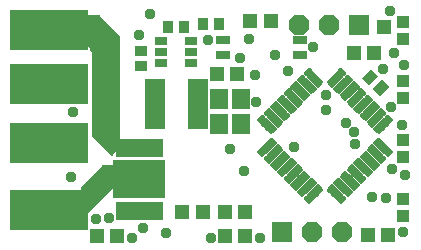
<source format=gbr>
G04 EAGLE Gerber RS-274X export*
G75*
%MOMM*%
%FSLAX34Y34*%
%LPD*%
%INSoldermask Top*%
%IPPOS*%
%AMOC8*
5,1,8,0,0,1.08239X$1,22.5*%
G01*
%ADD10R,1.203200X0.703200*%
%ADD11C,0.338938*%
%ADD12R,1.701800X4.191000*%
%ADD13R,1.099300X0.720400*%
%ADD14R,1.727200X1.727200*%
%ADD15P,1.869504X8X22.500000*%
%ADD16R,1.203200X1.303200*%
%ADD17R,1.003200X1.003200*%
%ADD18R,1.103200X0.903200*%
%ADD19R,0.903200X1.103200*%
%ADD20P,1.869504X8X202.500000*%
%ADD21R,6.654800X3.454400*%
%ADD22R,1.303200X1.203200*%
%ADD23R,1.203200X1.203200*%
%ADD24R,1.503200X1.703200*%
%ADD25R,0.508000X1.594600*%
%ADD26R,4.394200X3.302000*%
%ADD27C,0.959600*%

G36*
X104090Y83251D02*
X104090Y83251D01*
X104142Y83252D01*
X104210Y83277D01*
X104280Y83292D01*
X104324Y83319D01*
X104373Y83337D01*
X104429Y83382D01*
X104491Y83418D01*
X104525Y83458D01*
X104565Y83490D01*
X104604Y83551D01*
X104651Y83605D01*
X104670Y83653D01*
X104698Y83697D01*
X104716Y83767D01*
X104743Y83833D01*
X104751Y83905D01*
X104759Y83936D01*
X104757Y83959D01*
X104761Y84000D01*
X104761Y85685D01*
X110538Y91462D01*
X110591Y91536D01*
X110651Y91605D01*
X110663Y91635D01*
X110682Y91661D01*
X110709Y91748D01*
X110743Y91833D01*
X110747Y91874D01*
X110754Y91897D01*
X110753Y91929D01*
X110761Y92000D01*
X110761Y185000D01*
X110747Y185090D01*
X110739Y185181D01*
X110727Y185211D01*
X110722Y185243D01*
X110679Y185323D01*
X110643Y185407D01*
X110617Y185439D01*
X110606Y185460D01*
X110583Y185482D01*
X110538Y185538D01*
X93538Y202538D01*
X93464Y202591D01*
X93395Y202651D01*
X93365Y202663D01*
X93339Y202682D01*
X93252Y202709D01*
X93167Y202743D01*
X93126Y202747D01*
X93103Y202754D01*
X93071Y202753D01*
X93000Y202761D01*
X84000Y202761D01*
X83980Y202758D01*
X83961Y202760D01*
X83859Y202738D01*
X83757Y202722D01*
X83740Y202712D01*
X83720Y202708D01*
X83631Y202655D01*
X83540Y202606D01*
X83526Y202592D01*
X83509Y202582D01*
X83442Y202503D01*
X83371Y202428D01*
X83362Y202410D01*
X83349Y202395D01*
X83310Y202299D01*
X83267Y202205D01*
X83265Y202185D01*
X83257Y202167D01*
X83239Y202000D01*
X83239Y179315D01*
X82462Y178538D01*
X82450Y178522D01*
X82435Y178510D01*
X82378Y178422D01*
X82318Y178339D01*
X82312Y178320D01*
X82302Y178303D01*
X82276Y178202D01*
X82246Y178103D01*
X82246Y178084D01*
X82241Y178064D01*
X82250Y177961D01*
X82252Y177858D01*
X82259Y177839D01*
X82261Y177819D01*
X82301Y177724D01*
X82337Y177627D01*
X82349Y177611D01*
X82357Y177593D01*
X82462Y177462D01*
X85239Y174685D01*
X85239Y174000D01*
X85254Y173910D01*
X85261Y173819D01*
X85273Y173789D01*
X85279Y173757D01*
X85321Y173677D01*
X85357Y173593D01*
X85383Y173561D01*
X85394Y173540D01*
X85417Y173518D01*
X85462Y173462D01*
X87239Y171685D01*
X87239Y100000D01*
X87254Y99910D01*
X87261Y99819D01*
X87273Y99789D01*
X87279Y99757D01*
X87321Y99677D01*
X87357Y99593D01*
X87383Y99561D01*
X87394Y99540D01*
X87417Y99518D01*
X87424Y99509D01*
X87432Y99495D01*
X87441Y99488D01*
X87462Y99462D01*
X103462Y83462D01*
X103520Y83420D01*
X103572Y83371D01*
X103619Y83349D01*
X103661Y83318D01*
X103730Y83297D01*
X103795Y83267D01*
X103847Y83261D01*
X103897Y83246D01*
X103968Y83248D01*
X104039Y83240D01*
X104090Y83251D01*
G37*
G36*
X81110Y33255D02*
X81110Y33255D01*
X81181Y33261D01*
X81229Y33281D01*
X81280Y33292D01*
X81341Y33329D01*
X81407Y33357D01*
X81463Y33402D01*
X81491Y33418D01*
X81506Y33436D01*
X81538Y33462D01*
X111538Y63462D01*
X111591Y63536D01*
X111651Y63605D01*
X111663Y63635D01*
X111682Y63661D01*
X111709Y63748D01*
X111743Y63833D01*
X111747Y63874D01*
X111754Y63897D01*
X111753Y63929D01*
X111761Y64000D01*
X111761Y74000D01*
X111747Y74090D01*
X111739Y74181D01*
X111727Y74211D01*
X111722Y74243D01*
X111679Y74323D01*
X111643Y74407D01*
X111617Y74439D01*
X111606Y74460D01*
X111583Y74482D01*
X111538Y74538D01*
X110538Y75538D01*
X110464Y75591D01*
X110395Y75651D01*
X110365Y75663D01*
X110339Y75682D01*
X110252Y75709D01*
X110167Y75743D01*
X110126Y75747D01*
X110103Y75754D01*
X110071Y75753D01*
X110000Y75761D01*
X96000Y75761D01*
X95910Y75747D01*
X95819Y75739D01*
X95789Y75727D01*
X95757Y75722D01*
X95677Y75679D01*
X95593Y75643D01*
X95561Y75617D01*
X95540Y75606D01*
X95518Y75583D01*
X95462Y75538D01*
X77462Y57538D01*
X77409Y57464D01*
X77349Y57395D01*
X77337Y57365D01*
X77318Y57339D01*
X77291Y57252D01*
X77257Y57167D01*
X77253Y57126D01*
X77246Y57103D01*
X77247Y57071D01*
X77239Y57000D01*
X77239Y55000D01*
X77254Y54910D01*
X77261Y54819D01*
X77273Y54789D01*
X77279Y54757D01*
X77321Y54677D01*
X77357Y54593D01*
X77383Y54561D01*
X77394Y54540D01*
X77417Y54518D01*
X77462Y54462D01*
X80239Y51685D01*
X80239Y34000D01*
X80250Y33929D01*
X80252Y33858D01*
X80270Y33809D01*
X80279Y33757D01*
X80312Y33694D01*
X80337Y33627D01*
X80369Y33586D01*
X80394Y33540D01*
X80445Y33491D01*
X80490Y33435D01*
X80534Y33406D01*
X80572Y33371D01*
X80637Y33340D01*
X80697Y33302D01*
X80748Y33289D01*
X80795Y33267D01*
X80866Y33259D01*
X80936Y33241D01*
X80988Y33246D01*
X81039Y33240D01*
X81110Y33255D01*
G37*
D10*
X263000Y168850D03*
X263000Y181550D03*
X198200Y181550D03*
X198200Y168850D03*
D11*
X241486Y94554D02*
X231132Y84200D01*
X228202Y87130D01*
X238556Y97484D01*
X241486Y94554D01*
X234352Y87420D02*
X228492Y87420D01*
X231712Y90640D02*
X237572Y90640D01*
X234932Y93860D02*
X240792Y93860D01*
X238960Y97080D02*
X238152Y97080D01*
X247143Y88897D02*
X236789Y78543D01*
X233859Y81473D01*
X244213Y91827D01*
X247143Y88897D01*
X240009Y81763D02*
X234149Y81763D01*
X237369Y84983D02*
X243229Y84983D01*
X240589Y88203D02*
X246449Y88203D01*
X244617Y91423D02*
X243809Y91423D01*
X252800Y83240D02*
X242446Y72886D01*
X239516Y75816D01*
X249870Y86170D01*
X252800Y83240D01*
X245666Y76106D02*
X239806Y76106D01*
X243026Y79326D02*
X248886Y79326D01*
X246246Y82546D02*
X252106Y82546D01*
X250274Y85766D02*
X249466Y85766D01*
X258457Y77583D02*
X248103Y67229D01*
X245173Y70159D01*
X255527Y80513D01*
X258457Y77583D01*
X251323Y70449D02*
X245463Y70449D01*
X248683Y73669D02*
X254543Y73669D01*
X251903Y76889D02*
X257763Y76889D01*
X255931Y80109D02*
X255123Y80109D01*
X264113Y71927D02*
X253759Y61573D01*
X250829Y64503D01*
X261183Y74857D01*
X264113Y71927D01*
X256979Y64793D02*
X251119Y64793D01*
X254339Y68013D02*
X260199Y68013D01*
X257559Y71233D02*
X263419Y71233D01*
X261587Y74453D02*
X260779Y74453D01*
X269770Y66270D02*
X259416Y55916D01*
X256486Y58846D01*
X266840Y69200D01*
X269770Y66270D01*
X262636Y59136D02*
X256776Y59136D01*
X259996Y62356D02*
X265856Y62356D01*
X263216Y65576D02*
X269076Y65576D01*
X267244Y68796D02*
X266436Y68796D01*
X275427Y60613D02*
X265073Y50259D01*
X262143Y53189D01*
X272497Y63543D01*
X275427Y60613D01*
X268293Y53479D02*
X262433Y53479D01*
X265653Y56699D02*
X271513Y56699D01*
X268873Y59919D02*
X274733Y59919D01*
X272901Y63139D02*
X272093Y63139D01*
X281084Y54956D02*
X270730Y44602D01*
X267800Y47532D01*
X278154Y57886D01*
X281084Y54956D01*
X273950Y47822D02*
X268090Y47822D01*
X271310Y51042D02*
X277170Y51042D01*
X274530Y54262D02*
X280390Y54262D01*
X278558Y57482D02*
X277750Y57482D01*
X329844Y103716D02*
X340198Y114070D01*
X329844Y103716D02*
X326914Y106646D01*
X337268Y117000D01*
X340198Y114070D01*
X333064Y106936D02*
X327204Y106936D01*
X330424Y110156D02*
X336284Y110156D01*
X333644Y113376D02*
X339504Y113376D01*
X337672Y116596D02*
X336864Y116596D01*
X334541Y119727D02*
X324187Y109373D01*
X321257Y112303D01*
X331611Y122657D01*
X334541Y119727D01*
X327407Y112593D02*
X321547Y112593D01*
X324767Y115813D02*
X330627Y115813D01*
X327987Y119033D02*
X333847Y119033D01*
X332015Y122253D02*
X331207Y122253D01*
X328884Y125384D02*
X318530Y115030D01*
X315600Y117960D01*
X325954Y128314D01*
X328884Y125384D01*
X321750Y118250D02*
X315890Y118250D01*
X319110Y121470D02*
X324970Y121470D01*
X322330Y124690D02*
X328190Y124690D01*
X326358Y127910D02*
X325550Y127910D01*
X323227Y131041D02*
X312873Y120687D01*
X309943Y123617D01*
X320297Y133971D01*
X323227Y131041D01*
X316093Y123907D02*
X310233Y123907D01*
X313453Y127127D02*
X319313Y127127D01*
X316673Y130347D02*
X322533Y130347D01*
X320701Y133567D02*
X319893Y133567D01*
X317571Y136697D02*
X307217Y126343D01*
X304287Y129273D01*
X314641Y139627D01*
X317571Y136697D01*
X310437Y129563D02*
X304577Y129563D01*
X307797Y132783D02*
X313657Y132783D01*
X311017Y136003D02*
X316877Y136003D01*
X315045Y139223D02*
X314237Y139223D01*
X311914Y142354D02*
X301560Y132000D01*
X298630Y134930D01*
X308984Y145284D01*
X311914Y142354D01*
X304780Y135220D02*
X298920Y135220D01*
X302140Y138440D02*
X308000Y138440D01*
X305360Y141660D02*
X311220Y141660D01*
X309388Y144880D02*
X308580Y144880D01*
X306257Y148011D02*
X295903Y137657D01*
X292973Y140587D01*
X303327Y150941D01*
X306257Y148011D01*
X299123Y140877D02*
X293263Y140877D01*
X296483Y144097D02*
X302343Y144097D01*
X299703Y147317D02*
X305563Y147317D01*
X303731Y150537D02*
X302923Y150537D01*
X300600Y153668D02*
X290246Y143314D01*
X287316Y146244D01*
X297670Y156598D01*
X300600Y153668D01*
X293466Y146534D02*
X287606Y146534D01*
X290826Y149754D02*
X296686Y149754D01*
X294046Y152974D02*
X299906Y152974D01*
X298074Y156194D02*
X297266Y156194D01*
X278154Y143314D02*
X267800Y153668D01*
X270730Y156598D01*
X281084Y146244D01*
X278154Y143314D01*
X280794Y146534D02*
X274934Y146534D01*
X277574Y149754D02*
X271714Y149754D01*
X274354Y152974D02*
X268494Y152974D01*
X270326Y156194D02*
X271134Y156194D01*
X262143Y148011D02*
X272497Y137657D01*
X262143Y148011D02*
X265073Y150941D01*
X275427Y140587D01*
X272497Y137657D01*
X275137Y140877D02*
X269277Y140877D01*
X271917Y144097D02*
X266057Y144097D01*
X268697Y147317D02*
X262837Y147317D01*
X264669Y150537D02*
X265477Y150537D01*
X256486Y142354D02*
X266840Y132000D01*
X256486Y142354D02*
X259416Y145284D01*
X269770Y134930D01*
X266840Y132000D01*
X269480Y135220D02*
X263620Y135220D01*
X266260Y138440D02*
X260400Y138440D01*
X263040Y141660D02*
X257180Y141660D01*
X259012Y144880D02*
X259820Y144880D01*
X250829Y136697D02*
X261183Y126343D01*
X250829Y136697D02*
X253759Y139627D01*
X264113Y129273D01*
X261183Y126343D01*
X263823Y129563D02*
X257963Y129563D01*
X260603Y132783D02*
X254743Y132783D01*
X257383Y136003D02*
X251523Y136003D01*
X253355Y139223D02*
X254163Y139223D01*
X245173Y131041D02*
X255527Y120687D01*
X245173Y131041D02*
X248103Y133971D01*
X258457Y123617D01*
X255527Y120687D01*
X258167Y123907D02*
X252307Y123907D01*
X254947Y127127D02*
X249087Y127127D01*
X251727Y130347D02*
X245867Y130347D01*
X247699Y133567D02*
X248507Y133567D01*
X239516Y125384D02*
X249870Y115030D01*
X239516Y125384D02*
X242446Y128314D01*
X252800Y117960D01*
X249870Y115030D01*
X252510Y118250D02*
X246650Y118250D01*
X249290Y121470D02*
X243430Y121470D01*
X246070Y124690D02*
X240210Y124690D01*
X242042Y127910D02*
X242850Y127910D01*
X233859Y119727D02*
X244213Y109373D01*
X233859Y119727D02*
X236789Y122657D01*
X247143Y112303D01*
X244213Y109373D01*
X246853Y112593D02*
X240993Y112593D01*
X243633Y115813D02*
X237773Y115813D01*
X240413Y119033D02*
X234553Y119033D01*
X236385Y122253D02*
X237193Y122253D01*
X228202Y114070D02*
X238556Y103716D01*
X228202Y114070D02*
X231132Y117000D01*
X241486Y106646D01*
X238556Y103716D01*
X241196Y106936D02*
X235336Y106936D01*
X237976Y110156D02*
X232116Y110156D01*
X234756Y113376D02*
X228896Y113376D01*
X230728Y116596D02*
X231536Y116596D01*
X287316Y54956D02*
X297670Y44602D01*
X287316Y54956D02*
X290246Y57886D01*
X300600Y47532D01*
X297670Y44602D01*
X300310Y47822D02*
X294450Y47822D01*
X297090Y51042D02*
X291230Y51042D01*
X293870Y54262D02*
X288010Y54262D01*
X289842Y57482D02*
X290650Y57482D01*
X292973Y60613D02*
X303327Y50259D01*
X292973Y60613D02*
X295903Y63543D01*
X306257Y53189D01*
X303327Y50259D01*
X305967Y53479D02*
X300107Y53479D01*
X302747Y56699D02*
X296887Y56699D01*
X299527Y59919D02*
X293667Y59919D01*
X295499Y63139D02*
X296307Y63139D01*
X298630Y66270D02*
X308984Y55916D01*
X298630Y66270D02*
X301560Y69200D01*
X311914Y58846D01*
X308984Y55916D01*
X311624Y59136D02*
X305764Y59136D01*
X308404Y62356D02*
X302544Y62356D01*
X305184Y65576D02*
X299324Y65576D01*
X301156Y68796D02*
X301964Y68796D01*
X304287Y71927D02*
X314641Y61573D01*
X304287Y71927D02*
X307217Y74857D01*
X317571Y64503D01*
X314641Y61573D01*
X317281Y64793D02*
X311421Y64793D01*
X314061Y68013D02*
X308201Y68013D01*
X310841Y71233D02*
X304981Y71233D01*
X306813Y74453D02*
X307621Y74453D01*
X309943Y77583D02*
X320297Y67229D01*
X309943Y77583D02*
X312873Y80513D01*
X323227Y70159D01*
X320297Y67229D01*
X322937Y70449D02*
X317077Y70449D01*
X319717Y73669D02*
X313857Y73669D01*
X316497Y76889D02*
X310637Y76889D01*
X312469Y80109D02*
X313277Y80109D01*
X315600Y83240D02*
X325954Y72886D01*
X315600Y83240D02*
X318530Y86170D01*
X328884Y75816D01*
X325954Y72886D01*
X328594Y76106D02*
X322734Y76106D01*
X325374Y79326D02*
X319514Y79326D01*
X322154Y82546D02*
X316294Y82546D01*
X318126Y85766D02*
X318934Y85766D01*
X321257Y88897D02*
X331611Y78543D01*
X321257Y88897D02*
X324187Y91827D01*
X334541Y81473D01*
X331611Y78543D01*
X334251Y81763D02*
X328391Y81763D01*
X331031Y84983D02*
X325171Y84983D01*
X327811Y88203D02*
X321951Y88203D01*
X323783Y91423D02*
X324591Y91423D01*
X326914Y94554D02*
X337268Y84200D01*
X326914Y94554D02*
X329844Y97484D01*
X340198Y87130D01*
X337268Y84200D01*
X339908Y87420D02*
X334048Y87420D01*
X336688Y90640D02*
X330828Y90640D01*
X333468Y93860D02*
X327608Y93860D01*
X329440Y97080D02*
X330248Y97080D01*
D12*
X176400Y127700D03*
X140400Y127700D03*
D13*
X171090Y162000D03*
X171090Y171500D03*
X171090Y181000D03*
X145111Y181000D03*
X145111Y171500D03*
X145111Y162000D03*
D14*
X247700Y19400D03*
D15*
X273100Y19400D03*
X298500Y19400D03*
D16*
X209900Y153000D03*
X192900Y153000D03*
X320500Y16400D03*
X337500Y16400D03*
X221100Y197800D03*
X238100Y197800D03*
D17*
X350000Y197500D03*
X350000Y182500D03*
X350000Y147500D03*
X350000Y132500D03*
X350000Y97500D03*
X350000Y82500D03*
X350000Y47500D03*
X350000Y32500D03*
D18*
X128000Y173000D03*
X128000Y160000D03*
D16*
X325700Y171200D03*
X308700Y171200D03*
D19*
X181100Y195400D03*
X194100Y195400D03*
D16*
X199400Y15800D03*
X216400Y15800D03*
X199400Y36500D03*
X216400Y36500D03*
D14*
X312800Y194800D03*
D20*
X287400Y194800D03*
X262000Y194800D03*
D21*
X50800Y38100D03*
X50800Y94900D03*
X50800Y190500D03*
X50800Y144700D03*
D19*
X151500Y193000D03*
X164500Y193000D03*
D22*
X108000Y16000D03*
X91000Y16000D03*
D23*
X334000Y193000D03*
D24*
X194500Y132000D03*
X213500Y132000D03*
X194500Y111000D03*
X213500Y111000D03*
D19*
G36*
X321697Y143503D02*
X315311Y149889D01*
X323111Y157689D01*
X329497Y151303D01*
X321697Y143503D01*
G37*
G36*
X330889Y134311D02*
X324503Y140697D01*
X332303Y148497D01*
X338689Y142111D01*
X330889Y134311D01*
G37*
D25*
X109496Y37485D03*
X114497Y37485D03*
X119498Y37485D03*
X124499Y37485D03*
X129501Y37485D03*
X134502Y37485D03*
X139503Y37485D03*
X144504Y37485D03*
X144504Y90515D03*
X139503Y90515D03*
X134502Y90515D03*
X129501Y90515D03*
X124499Y90515D03*
X119498Y90515D03*
X114497Y90515D03*
X109496Y90515D03*
D26*
X127000Y64000D03*
D16*
X180500Y36000D03*
X163500Y36000D03*
D27*
X253000Y156000D03*
X274000Y176000D03*
X71000Y121000D03*
X127000Y186000D03*
X324000Y49000D03*
X333000Y157000D03*
X90000Y30000D03*
X130224Y22694D03*
X136000Y204000D03*
X285000Y135000D03*
X352000Y68000D03*
X349000Y110000D03*
X351000Y161000D03*
X339000Y206058D03*
X350000Y19000D03*
X69000Y66000D03*
X212000Y167000D03*
X185058Y182154D03*
X220000Y183000D03*
X242000Y169000D03*
X225000Y152000D03*
X285000Y123000D03*
X343000Y171000D03*
X302000Y112000D03*
X340000Y125000D03*
X309000Y104000D03*
X341000Y73000D03*
X310000Y94000D03*
X336000Y48000D03*
X258000Y91000D03*
X101000Y31000D03*
X188000Y13942D03*
X226000Y129000D03*
X229000Y14000D03*
X204000Y90000D03*
X216000Y71000D03*
X121000Y13942D03*
X150000Y18306D03*
M02*

</source>
